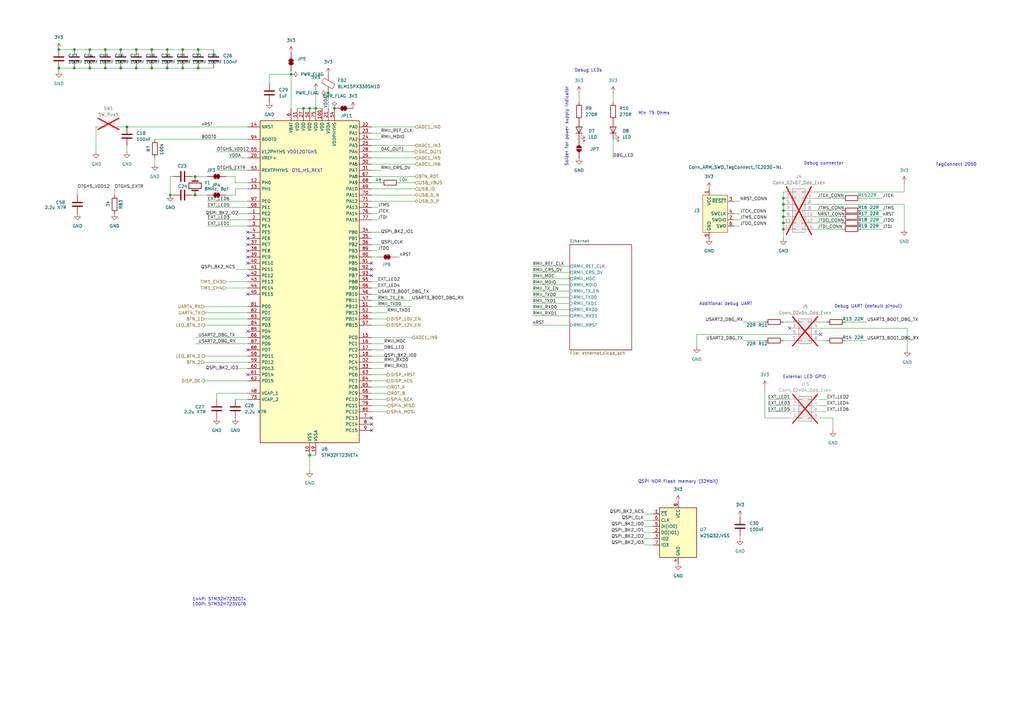
<source format=kicad_sch>
(kicad_sch (version 20231120) (generator "eeschema") (generator_version "8.0")
  (paper "A3")
  (junction (at 43.18 27.94))
  (junction (at 74.93 27.94))
  (junction (at 49.53 20.32))
  (junction (at 127 186.69))
  (junction (at 321.31 93.98))
  (junction (at 68.58 20.32))
  (junction (at 137.16 44.45))
  (junction (at 321.31 81.28))
  (junction (at 321.31 88.9))
  (junction (at 81.28 27.94))
  (junction (at 127 44.45))
  (junction (at 55.88 27.94))
  (junction (at 36.83 20.32))
  (junction (at 30.48 20.32))
  (junction (at 62.23 27.94))
  (junction (at 321.31 83.82))
  (junction (at 68.58 27.94))
  (junction (at 30.48 27.94))
  (junction (at 62.23 20.32))
  (junction (at 36.83 27.94))
  (junction (at 43.18 20.32))
  (junction (at 69.85 80.01))
  (junction (at 81.28 20.32))
  (junction (at 129.54 44.45))
  (junction (at 24.13 27.94))
  (junction (at 119.38 30.48))
  (junction (at 52.07 52.07))
  (junction (at 55.88 20.32))
  (junction (at 134.62 38.1))
  (junction (at 321.31 91.44))
  (junction (at 80.01 72.39))
  (junction (at 74.93 20.32))
  (junction (at 124.46 44.45))
  (junction (at 321.31 86.36))
  (junction (at 80.01 80.01))
  (junction (at 24.13 20.32))
  (junction (at 49.53 27.94))
  (no_connect (at 101.6 95.25))
  (no_connect (at 152.4 173.99))
  (no_connect (at 101.6 143.51))
  (no_connect (at 101.6 102.87))
  (no_connect (at 101.6 153.67))
  (no_connect (at 152.4 110.49))
  (no_connect (at 336.55 137.16))
  (no_connect (at 101.6 120.65))
  (no_connect (at 101.6 100.33))
  (no_connect (at 323.85 134.62))
  (no_connect (at 152.4 113.03))
  (no_connect (at 152.4 171.45))
  (no_connect (at 101.6 97.79))
  (no_connect (at 101.6 113.03))
  (no_connect (at 101.6 135.89))
  (no_connect (at 101.6 107.95))
  (no_connect (at 152.4 176.53))
  (no_connect (at 152.4 107.95))
  (no_connect (at 101.6 105.41))
  (wire (pts (xy 152.4 153.67) (xy 158.75 153.67)))
  (wire (pts (xy 353.06 86.36) (xy 361.95 86.36)))
  (wire (pts (xy 69.85 72.39) (xy 69.85 80.01)))
  (wire (pts (xy 96.52 77.47) (xy 101.6 77.47)))
  (wire (pts (xy 218.44 119.38) (xy 233.68 119.38)))
  (wire (pts (xy 24.13 20.32) (xy 30.48 20.32)))
  (wire (pts (xy 127 44.45) (xy 129.54 44.45)))
  (wire (pts (xy 152.4 62.23) (xy 170.18 62.23)))
  (wire (pts (xy 303.53 220.98) (xy 303.53 219.71)))
  (wire (pts (xy 62.23 20.32) (xy 68.58 20.32)))
  (wire (pts (xy 152.4 72.39) (xy 170.18 72.39)))
  (wire (pts (xy 152.4 140.97) (xy 157.48 140.97)))
  (wire (pts (xy 88.9 69.85) (xy 101.6 69.85)))
  (wire (pts (xy 110.49 30.48) (xy 110.49 34.29)))
  (wire (pts (xy 341.63 171.45) (xy 341.63 176.53)))
  (wire (pts (xy 152.4 59.69) (xy 170.18 59.69)))
  (wire (pts (xy 92.71 115.57) (xy 101.6 115.57)))
  (wire (pts (xy 152.4 52.07) (xy 170.18 52.07)))
  (wire (pts (xy 152.4 123.19) (xy 168.91 123.19)))
  (wire (pts (xy 152.4 69.85) (xy 156.21 69.85)))
  (wire (pts (xy 152.4 125.73) (xy 168.91 125.73)))
  (wire (pts (xy 334.01 83.82) (xy 370.84 83.82)))
  (wire (pts (xy 152.4 143.51) (xy 157.48 143.51)))
  (wire (pts (xy 251.46 57.15) (xy 251.46 64.77)))
  (wire (pts (xy 321.31 91.44) (xy 321.31 93.98)))
  (wire (pts (xy 152.4 102.87) (xy 154.94 102.87)))
  (wire (pts (xy 264.16 220.98) (xy 267.97 220.98)))
  (wire (pts (xy 78.74 80.01) (xy 80.01 80.01)))
  (wire (pts (xy 152.4 120.65) (xy 154.94 120.65)))
  (wire (pts (xy 370.84 83.82) (xy 370.84 93.98)))
  (wire (pts (xy 152.4 118.11) (xy 154.94 118.11)))
  (wire (pts (xy 55.88 27.94) (xy 62.23 27.94)))
  (wire (pts (xy 24.13 29.21) (xy 24.13 27.94)))
  (wire (pts (xy 336.55 168.91) (xy 339.09 168.91)))
  (wire (pts (xy 36.83 27.94) (xy 43.18 27.94)))
  (wire (pts (xy 63.5 64.77) (xy 63.5 67.31)))
  (wire (pts (xy 264.16 223.52) (xy 267.97 223.52)))
  (wire (pts (xy 62.23 27.94) (xy 68.58 27.94)))
  (wire (pts (xy 83.82 148.59) (xy 101.6 148.59)))
  (wire (pts (xy 314.96 163.83) (xy 323.85 163.83)))
  (wire (pts (xy 49.53 27.94) (xy 55.88 27.94)))
  (wire (pts (xy 152.4 105.41) (xy 154.94 105.41)))
  (wire (pts (xy 92.71 118.11) (xy 101.6 118.11)))
  (wire (pts (xy 96.52 80.01) (xy 96.52 77.47)))
  (wire (pts (xy 83.82 128.27) (xy 101.6 128.27)))
  (wire (pts (xy 119.38 30.48) (xy 110.49 30.48)))
  (wire (pts (xy 93.98 64.77) (xy 101.6 64.77)))
  (wire (pts (xy 127 186.69) (xy 127 193.04)))
  (wire (pts (xy 218.44 129.54) (xy 233.68 129.54)))
  (wire (pts (xy 152.4 151.13) (xy 157.48 151.13)))
  (wire (pts (xy 158.75 163.83) (xy 152.4 163.83)))
  (wire (pts (xy 321.31 81.28) (xy 321.31 83.82)))
  (wire (pts (xy 313.69 171.45) (xy 323.85 171.45)))
  (wire (pts (xy 157.48 146.05) (xy 152.4 146.05)))
  (wire (pts (xy 24.13 27.94) (xy 30.48 27.94)))
  (wire (pts (xy 80.01 138.43) (xy 101.6 138.43)))
  (wire (pts (xy 152.4 138.43) (xy 168.91 138.43)))
  (wire (pts (xy 336.55 166.37) (xy 339.09 166.37)))
  (wire (pts (xy 80.01 72.39) (xy 85.09 72.39)))
  (wire (pts (xy 152.4 156.21) (xy 158.75 156.21)))
  (wire (pts (xy 152.4 158.75) (xy 158.75 158.75)))
  (wire (pts (xy 218.44 114.3) (xy 233.68 114.3)))
  (wire (pts (xy 353.06 91.44) (xy 361.95 91.44)))
  (wire (pts (xy 285.75 137.16) (xy 285.75 142.24)))
  (wire (pts (xy 323.85 137.16) (xy 285.75 137.16)))
  (wire (pts (xy 336.55 132.08) (xy 339.09 132.08)))
  (wire (pts (xy 127 186.69) (xy 129.54 186.69)))
  (wire (pts (xy 336.55 134.62) (xy 372.11 134.62)))
  (wire (pts (xy 80.01 80.01) (xy 85.09 80.01)))
  (wire (pts (xy 85.09 85.09) (xy 101.6 85.09)))
  (wire (pts (xy 97.79 151.13) (xy 101.6 151.13)))
  (wire (pts (xy 336.55 171.45) (xy 341.63 171.45)))
  (wire (pts (xy 88.9 161.29) (xy 88.9 163.83)))
  (wire (pts (xy 101.6 125.73) (xy 83.82 125.73)))
  (wire (pts (xy 39.37 52.07) (xy 39.37 62.23)))
  (wire (pts (xy 119.38 29.21) (xy 119.38 30.48)))
  (wire (pts (xy 119.38 30.48) (xy 119.38 44.45)))
  (wire (pts (xy 152.4 87.63) (xy 154.94 87.63)))
  (wire (pts (xy 152.4 80.01) (xy 170.18 80.01)))
  (wire (pts (xy 152.4 77.47) (xy 170.18 77.47)))
  (wire (pts (xy 321.31 83.82) (xy 321.31 86.36)))
  (wire (pts (xy 336.55 139.7) (xy 339.09 139.7)))
  (wire (pts (xy 321.31 88.9) (xy 321.31 91.44)))
  (wire (pts (xy 152.4 57.15) (xy 156.21 57.15)))
  (wire (pts (xy 92.71 80.01) (xy 96.52 80.01)))
  (wire (pts (xy 218.44 116.84) (xy 233.68 116.84)))
  (wire (pts (xy 264.16 210.82) (xy 267.97 210.82)))
  (wire (pts (xy 85.09 90.17) (xy 101.6 90.17)))
  (wire (pts (xy 334.01 81.28) (xy 345.44 81.28)))
  (wire (pts (xy 152.4 166.37) (xy 158.75 166.37)))
  (wire (pts (xy 129.54 44.45) (xy 132.08 44.45)))
  (wire (pts (xy 81.28 20.32) (xy 87.63 20.32)))
  (wire (pts (xy 83.82 146.05) (xy 101.6 146.05)))
  (wire (pts (xy 101.6 161.29) (xy 88.9 161.29)))
  (wire (pts (xy 334.01 88.9) (xy 345.44 88.9)))
  (wire (pts (xy 152.4 128.27) (xy 158.75 128.27)))
  (wire (pts (xy 96.52 163.83) (xy 101.6 163.83)))
  (wire (pts (xy 92.71 72.39) (xy 96.52 72.39)))
  (wire (pts (xy 152.4 115.57) (xy 154.94 115.57)))
  (wire (pts (xy 30.48 20.32) (xy 36.83 20.32)))
  (wire (pts (xy 88.9 62.23) (xy 101.6 62.23)))
  (wire (pts (xy 134.62 38.1) (xy 134.62 44.45)))
  (wire (pts (xy 152.4 74.93) (xy 156.21 74.93)))
  (wire (pts (xy 74.93 27.94) (xy 81.28 27.94)))
  (wire (pts (xy 314.96 166.37) (xy 323.85 166.37)))
  (wire (pts (xy 323.85 139.7) (xy 321.31 139.7)))
  (wire (pts (xy 46.99 77.47) (xy 46.99 80.01)))
  (wire (pts (xy 321.31 93.98) (xy 321.31 97.79)))
  (wire (pts (xy 218.44 127) (xy 233.68 127)))
  (wire (pts (xy 152.4 82.55) (xy 170.18 82.55)))
  (wire (pts (xy 85.09 82.55) (xy 101.6 82.55)))
  (wire (pts (xy 80.01 140.97) (xy 101.6 140.97)))
  (wire (pts (xy 43.18 20.32) (xy 49.53 20.32)))
  (wire (pts (xy 55.88 20.32) (xy 62.23 20.32)))
  (wire (pts (xy 334.01 91.44) (xy 345.44 91.44)))
  (wire (pts (xy 264.16 215.9) (xy 267.97 215.9)))
  (wire (pts (xy 74.93 20.32) (xy 81.28 20.32)))
  (wire (pts (xy 251.46 38.1) (xy 251.46 41.91)))
  (wire (pts (xy 121.92 44.45) (xy 124.46 44.45)))
  (wire (pts (xy 83.82 156.21) (xy 101.6 156.21)))
  (wire (pts (xy 152.4 130.81) (xy 158.75 130.81)))
  (wire (pts (xy 49.53 52.07) (xy 52.07 52.07)))
  (wire (pts (xy 129.54 36.83) (xy 129.54 44.45)))
  (wire (pts (xy 321.31 86.36) (xy 321.31 88.9)))
  (wire (pts (xy 152.4 161.29) (xy 158.75 161.29)))
  (wire (pts (xy 334.01 78.74) (xy 370.84 78.74)))
  (wire (pts (xy 346.71 139.7) (xy 355.6 139.7)))
  (wire (pts (xy 85.09 92.71) (xy 101.6 92.71)))
  (wire (pts (xy 97.79 87.63) (xy 101.6 87.63)))
  (wire (pts (xy 218.44 111.76) (xy 233.68 111.76)))
  (wire (pts (xy 52.07 52.07) (xy 101.6 52.07)))
  (wire (pts (xy 323.85 132.08) (xy 321.31 132.08)))
  (wire (pts (xy 31.75 77.47) (xy 31.75 80.01)))
  (wire (pts (xy 152.4 85.09) (xy 154.94 85.09)))
  (wire (pts (xy 370.84 74.93) (xy 370.84 78.74)))
  (wire (pts (xy 68.58 20.32) (xy 74.93 20.32)))
  (wire (pts (xy 353.06 88.9) (xy 361.95 88.9)))
  (wire (pts (xy 78.74 72.39) (xy 80.01 72.39)))
  (wire (pts (xy 300.99 87.63) (xy 303.53 87.63)))
  (wire (pts (xy 83.82 130.81) (xy 101.6 130.81)))
  (wire (pts (xy 300.99 90.17) (xy 303.53 90.17)))
  (wire (pts (xy 267.97 218.44) (xy 264.16 218.44)))
  (wire (pts (xy 353.06 81.28) (xy 361.95 81.28)))
  (wire (pts (xy 52.07 59.69) (xy 52.07 62.23)))
  (wire (pts (xy 83.82 133.35) (xy 101.6 133.35)))
  (wire (pts (xy 218.44 124.46) (xy 233.68 124.46)))
  (wire (pts (xy 96.52 74.93) (xy 96.52 72.39)))
  (wire (pts (xy 71.12 72.39) (xy 69.85 72.39)))
  (wire (pts (xy 152.4 100.33) (xy 156.21 100.33)))
  (wire (pts (xy 96.52 110.49) (xy 101.6 110.49)))
  (wire (pts (xy 314.96 168.91) (xy 323.85 168.91)))
  (wire (pts (xy 264.16 213.36) (xy 267.97 213.36)))
  (wire (pts (xy 152.4 90.17) (xy 154.94 90.17)))
  (wire (pts (xy 158.75 168.91) (xy 152.4 168.91)))
  (wire (pts (xy 63.5 57.15) (xy 101.6 57.15)))
  (wire (pts (xy 237.49 38.1) (xy 237.49 41.91)))
  (wire (pts (xy 43.18 27.94) (xy 49.53 27.94)))
  (wire (pts (xy 69.85 80.01) (xy 71.12 80.01)))
  (wire (pts (xy 152.4 64.77) (xy 170.18 64.77)))
  (wire (pts (xy 313.69 132.08) (xy 304.8 132.08)))
  (wire (pts (xy 152.4 148.59) (xy 157.48 148.59)))
  (wire (pts (xy 156.21 95.25) (xy 152.4 95.25)))
  (wire (pts (xy 353.06 93.98) (xy 361.95 93.98)))
  (wire (pts (xy 152.4 67.31) (xy 170.18 67.31)))
  (wire (pts (xy 49.53 20.32) (xy 55.88 20.32)))
  (wire (pts (xy 152.4 54.61) (xy 156.21 54.61)))
  (wire (pts (xy 101.6 74.93) (xy 96.52 74.93)))
  (wire (pts (xy 81.28 27.94) (xy 87.63 27.94)))
  (wire (pts (xy 218.44 133.35) (xy 233.68 133.35)))
  (wire (pts (xy 124.46 44.45) (xy 127 44.45)))
  (wire (pts (xy 334.01 86.36) (xy 345.44 86.36)))
  (wire (pts (xy 336.55 163.83) (xy 339.09 163.83)))
  (wire (pts (xy 300.99 92.71) (xy 303.53 92.71)))
  (wire (pts (xy 218.44 121.92) (xy 233.68 121.92)))
  (wire (pts (xy 372.11 134.62) (xy 372.11 143.51)))
  (wire (pts (xy 163.83 105.41) (xy 162.56 105.41)))
  (wire (pts (xy 152.4 133.35) (xy 158.75 133.35)))
  (wire (pts (xy 300.99 82.55) (xy 303.53 82.55)))
  (wire (pts (xy 68.58 27.94) (xy 74.93 27.94)))
  (wire (pts (xy 218.44 109.22) (xy 233.68 109.22)))
  (wire (pts (xy 321.31 78.74) (xy 321.31 81.28)))
  (wire (pts (xy 30.48 27.94) (xy 36.83 27.94)))
  (wire (pts (xy 163.83 74.93) (xy 170.18 74.93)))
  (wire (pts (xy 36.83 20.32) (xy 43.18 20.32)))
  (wire (pts (xy 313.69 139.7) (xy 304.8 139.7)))
  (wire (pts (xy 346.71 132.08) (xy 355.6 132.08)))
  (wire (pts (xy 334.01 93.98) (xy 345.44 93.98)))
  (wire (pts (xy 313.69 158.75) (xy 313.69 171.45)))
  (text "Debug connector" (at 337.82 67.056 0) (effects (font (size 1.27 1.27))))
  (text "Min 75 Ohms" (at 268.224 46.482 0) (effects (font (size 1.27 1.27))))
  (text "TagConnect 2050" (at 392.176 67.564 0) (effects (font (size 1.27 1.27))))
  (text "Debug LEDs" (at 241.3 28.956 0) (effects (font (size 1.27 1.27))))
  (text "QSPI NOR Flash memory (32Mbit)" (at 278.13 197.612 0) (effects (font (size 1.27 1.27))))
  (text "External LED GPIO" (at 329.946 154.686 0) (effects (font (size 1.27 1.27))))
  (text "144P: STM32H723ZGTx\n100P: STM32H723VGT6" (at 89.916 246.888 0) (effects (font (size 1.27 1.27))))
  (text "OTG_HS_REXT" (at 125.984 70.104 0) (effects (font (size 1.27 1.27))))
  (text "VDD12OTGHS" (at 123.952 62.484 0) (effects (font (size 1.27 1.27))))
  (text "Debug UART (default pinout)" (at 356.108 125.73 0) (effects (font (size 1.27 1.27))))
  (text "Additional debug UART" (at 297.688 124.714 0) (effects (font (size 1.27 1.27))))
  (text "Solder for power supply indicator" (at 232.41 51.816 90) (effects (font (size 1.27 1.27))))
  (label "EXT_LED3" (at 85.09 90.17 0))
  (label "JTMS" (at 361.95 86.36 0))
  (label "RMII_TXD1" (at 218.44 124.46 0))
  (label "EXT_LED1" (at 314.96 163.83 0))
  (label "nRST" (at 361.95 88.9 0))
  (label "JTDI_CONN" (at 335.28 93.98 0))
  (label "USART3_BOOT_DBG_TX" (at 154.94 120.65 0))
  (label "QSPI_BK2_IO1" (at 264.16 218.44 180))
  (label "DAC_OUT1" (at 156.21 62.23 0))
  (label "RMII_TXD0" (at 154.94 125.73 0))
  (label "RMII_TX_EN" (at 154.94 123.19 0))
  (label "VDDA" (at 134.62 39.37 270))
  (label "nRST" (at 163.83 105.41 0))
  (label "USART2_DBG_TX" (at 81.28 138.43 0))
  (label "OTGHS_VDD12" (at 31.75 77.47 0))
  (label "JTDO_CONN" (at 303.53 92.71 0))
  (label "RMII_RXD1" (at 218.44 129.54 0))
  (label "QSPI_BK2_IO0" (at 264.16 215.9 180))
  (label "EXT_LED6" (at 85.09 82.55 0))
  (label "EXT_LED5" (at 85.09 85.09 0))
  (label "nRST" (at 82.55 52.07 0))
  (label "OTGHS_VDD12" (at 88.9 62.23 0))
  (label "QSPI_BK2_IO1" (at 156.21 95.25 0))
  (label "EXT_LED3" (at 314.96 166.37 0))
  (label "OTGHS_EXTR" (at 88.9 69.85 0))
  (label "QSPI_BK2_NCS" (at 96.52 110.49 180))
  (label "RMII_CRS_DV" (at 156.21 69.85 0))
  (label "JTDO_CONN" (at 335.28 91.44 0))
  (label "JTDI" (at 361.95 93.98 0))
  (label "RMII_TXD0" (at 218.44 121.92 0))
  (label "JTDO" (at 154.94 102.87 0))
  (label "RMII_MDIO" (at 156.21 57.15 0))
  (label "JTDI" (at 154.94 90.17 0))
  (label "JTCK" (at 154.94 87.63 0))
  (label "RMII_TXD1" (at 158.75 128.27 0))
  (label "RMII_CRS_DV" (at 218.44 111.76 0))
  (label "USART3_BOOT_DBG_TX" (at 355.6 132.08 0))
  (label "EXT_LED2" (at 154.94 115.57 0))
  (label "QSPI_BK2_IO3" (at 264.16 223.52 180))
  (label "USART3_BOOT_DBG_RX" (at 168.91 123.19 0))
  (label "JTMS" (at 154.94 85.09 0))
  (label "USART3_BOOT_DBG_RX" (at 355.6 139.7 0))
  (label "BOOT0" (at 82.55 57.15 0))
  (label "VDDA" (at 93.98 64.77 0))
  (label "EXT_LED1" (at 85.09 92.71 0))
  (label "RMII_MDIO" (at 218.44 116.84 0))
  (label "RMII_RXD1" (at 157.48 151.13 0))
  (label "RMII_TX_EN" (at 218.44 119.38 0))
  (label "QSPI_BK2_IO3" (at 97.79 151.13 180))
  (label "NRST_CONN" (at 303.53 82.55 0))
  (label "EXT_LED4" (at 154.94 118.11 0))
  (label "RMII_RXD0" (at 218.44 127 0))
  (label "EXT_LED6" (at 339.09 168.91 0))
  (label "JTMS_CONN" (at 303.53 90.17 0))
  (label "EXT_LED4" (at 339.09 166.37 0))
  (label "USART2_DBG_TX" (at 304.8 139.7 180))
  (label "USART2_DBG_RX" (at 81.28 140.97 0))
  (label "JTCK" (at 361.95 81.28 0))
  (label "QSPI_BK2_NCS" (at 264.16 210.82 180))
  (label "RMII_MDC" (at 218.44 114.3 0))
  (label "JTDO" (at 361.95 91.44 0))
  (label "DBG_LED" (at 251.46 64.77 0))
  (label "RMII_REF_CLK" (at 218.44 109.22 0))
  (label "NRST_CONN" (at 335.28 88.9 0))
  (label "RMII_MDC" (at 157.48 140.97 0))
  (label "QSPI_CLK" (at 156.21 100.33 0))
  (label "OTGHS_EXTR" (at 46.99 77.47 0))
  (label "JTCK_CONN" (at 335.28 81.28 0))
  (label "QSPI_CLK" (at 264.16 213.36 180))
  (label "nRST" (at 218.44 133.35 0))
  (label "EXT_LED2" (at 339.09 163.83 0))
  (label "QSPI_BK2_IO0" (at 157.48 146.05 0))
  (label "USART2_DBG_RX" (at 304.8 132.08 180))
  (label "QSPI_BK2_IO2" (at 264.16 220.98 180))
  (label "JTMS_CONN" (at 335.28 86.36 0))
  (label "JTCK_CONN" (at 303.53 87.63 0))
  (label "RMII_RXD0" (at 157.48 148.59 0))
  (label "EXT_LED5" (at 314.96 168.91 0))
  (label "QSPI_BK2_IO2" (at 97.79 87.63 180))
  (label "RMII_REF_CLK" (at 156.21 54.61 0))
  (label "DBG_LED" (at 157.48 143.51 0))
  (hierarchical_label "USB_D_N" (shape bidirectional) (at 170.18 80.01 0))
  (hierarchical_label "ADC1_IN6" (shape input) (at 170.18 67.31 0))
  (hierarchical_label "USB_ID" (shape input) (at 170.18 77.47 0))
  (hierarchical_label "SPI4_MOSI" (shape output) (at 158.75 168.91 0))
  (hierarchical_label "SPI4_SCK" (shape output) (at 158.75 163.83 0))
  (hierarchical_label "LED_BTN_1" (shape output) (at 83.82 133.35 180))
  (hierarchical_label "ADC1_IN0" (shape input) (at 170.18 52.07 0))
  (hierarchical_label "TIM1_CH3" (shape input) (at 92.71 115.57 180))
  (hierarchical_label "USB_VBUS" (shape input) (at 170.18 74.93 0))
  (hierarchical_label "BTN_1" (shape input) (at 83.82 130.81 180))
  (hierarchical_label "ADC1_IN3" (shape input) (at 170.18 59.69 0))
  (hierarchical_label "ROT_A" (shape input) (at 158.75 158.75 0))
  (hierarchical_label "BTN_ROT" (shape input) (at 170.18 72.39 0))
  (hierarchical_label "DISP_nCS" (shape output) (at 158.75 156.21 0))
  (hierarchical_label "DAC_OUT1" (shape output) (at 170.18 62.23 0))
  (hierarchical_label "BTN_2" (shape input) (at 83.82 148.59 180))
  (hierarchical_label "UART4_TX" (shape output) (at 83.82 128.27 180))
  (hierarchical_label "DISP_DC" (shape output) (at 83.82 156.21 180))
  (hierarchical_label "TIM1_CH4" (shape input) (at 92.71 118.11 180))
  (hierarchical_label "ADC1_IN9" (shape input) (at 168.91 138.43 0))
  (hierarchical_label "SPI4_MISO" (shape input) (at 158.75 166.37 0))
  (hierarchical_label "USB_D_P" (shape bidirectional) (at 170.18 82.55 0))
  (hierarchical_label "LED_BTN_2" (shape output) (at 83.82 146.05 180))
  (hierarchical_label "ROT_B" (shape input) (at 158.75 161.29 0))
  (hierarchical_label "ADC1_IN5" (shape input) (at 170.18 64.77 0))
  (hierarchical_label "DISP_nRST" (shape output) (at 158.75 153.67 0))
  (hierarchical_label "DISP_10V_EN" (shape output) (at 158.75 130.81 0))
  (hierarchical_label "UART4_RX" (shape input) (at 83.82 125.73 180))
  (hierarchical_label "DISP_12V_EN" (shape output) (at 158.75 133.35 0))
  (symbol (lib_id "Connector_Generic:Conn_02x04_Odd_Even") (at 328.93 166.37 0) (unit 1) (dnp yes)
    (property "Reference" "J15" (at 330.2 157.48 0))
    (property "Value" "Conn_02x04_Odd_Even" (at 330.2 160.02 0))
    (property "Footprint" "Connector_PinHeader_2.54mm:PinHeader_2x04_P2.54mm_Vertical_SMD" (effects (hide yes)))
    (property "Description" "Generic connector, double row, 02x04, odd/even pin numbering scheme (row 1 odd numbers, row 2 even numbers), script generated (kicad-library-utils/schlib/autogen/connector/)" (effects (hide yes)))
    (property "RefNum" "_na_" (effects (hide yes)))
  )
  (symbol (lib_id "power:GND") (at 370.84 93.98 0) (unit 1)
    (property "Reference" "#PWR055" (effects (hide yes)))
    (property "Value" "GND" (at 370.84 99.06 0))
    (property "Description" "Power symbol creates a global label with name \"GND\" , ground" (effects (hide yes)))
  )
  (symbol (lib_id "power:+3V3") (at 134.62 30.48 0) (unit 1)
    (property "Reference" "#PWR042" (effects (hide yes)))
    (property "Value" "3V3" (at 134.62 25.4 0))
    (property "Description" "Power symbol creates a global label with name \"+3V3\"" (effects (hide yes)))
  )
  (symbol (lib_id "Device:C") (at 52.07 55.88 0) (unit 1)
    (property "Reference" "C18" (at 55.88 54.6099 0) (effects (justify left)))
    (property "Value" "100nF" (at 55.88 57.1499 0) (effects (justify left)))
    (property "Footprint" "Capacitor_SMD:C_0402_1005Metric" (effects (hide yes)))
    (property "Description" "Unpolarized capacitor" (effects (hide yes)))
    (property "RefNum" "_generic_" (effects (hide yes)))
  )
  (symbol (lib_id "power:GND") (at 127 193.04 0) (unit 1)
    (property "Reference" "#PWR040" (effects (hide yes)))
    (property "Value" "GND" (at 127 198.12 0))
    (property "Description" "Power symbol creates a global label with name \"GND\" , ground" (effects (hide yes)))
  )
  (symbol (lib_id "power:+3V3") (at 129.54 36.83 0) (unit 1)
    (property "Reference" "#PWR041" (effects (hide yes)))
    (property "Value" "3V3" (at 129.54 31.75 0))
    (property "Description" "Power symbol creates a global label with name \"+3V3\"" (effects (hide yes)))
  )
  (symbol (lib_id "power:GND") (at 341.63 176.53 0) (unit 1)
    (property "Reference" "#PWR087" (effects (hide yes)))
    (property "Value" "GND" (at 341.63 181.61 0))
    (property "Description" "Power symbol creates a global label with name \"GND\" , ground" (effects (hide yes)))
  )
  (symbol (lib_id "Jumper:SolderJumper_2_Bridged") (at 88.9 80.01 180) (unit 1) (exclude_from_sim yes) (in_bom no)
    (property "Reference" "JP4" (at 88.646 75.946 0))
    (property "Value" "SolderJumper_2_Bridged" (effects (hide yes)))
    (property "Footprint" "asynthosc:SolderJumper_0402_1005Metric_Bridged" (effects (hide yes)))
    (property "Description" "Solder Jumper, 2-pole, closed/bridged" (effects (hide yes)))
    (property "RefNum" "_na_" (effects (hide yes)))
  )
  (symbol (lib_id "power:+3V3") (at 370.84 74.93 0) (unit 1)
    (property "Reference" "#PWR054" (effects (hide yes)))
    (property "Value" "3V3" (at 370.84 69.85 0))
    (property "Description" "Power symbol creates a global label with name \"+3V3\"" (effects (hide yes)))
  )
  (symbol (lib_id "Device:R") (at 251.46 45.72 0) (unit 1)
    (property "Reference" "R10" (at 254 44.4499 0) (effects (justify left)))
    (property "Value" "270R" (at 254 46.9899 0) (effects (justify left)))
    (property "Footprint" "Resistor_SMD:R_0402_1005Metric" (effects (hide yes)))
    (property "Description" "Resistor" (effects (hide yes)))
    (property "RefNum" "_generic_" (effects (hide yes)))
  )
  (symbol (lib_id "Jumper:SolderJumper_2_Bridged") (at 88.9 72.39 180) (unit 1) (exclude_from_sim yes) (in_bom no)
    (property "Reference" "JP3" (at 86.614 69.85 0))
    (property "Value" "SolderJumper_2_Bridged" (effects (hide yes)))
    (property "Footprint" "asynthosc:SolderJumper_0402_1005Metric_Bridged" (effects (hide yes)))
    (property "Description" "Solder Jumper, 2-pole, closed/bridged" (effects (hide yes)))
    (property "RefNum" "_na_" (effects (hide yes)))
  )
  (symbol (lib_id "power:GND") (at 290.83 97.79 0) (unit 1)
    (property "Reference" "#PWR050" (effects (hide yes)))
    (property "Value" "GND" (at 290.83 102.87 0))
    (property "Description" "Power symbol creates a global label with name \"GND\" , ground" (effects (hide yes)))
  )
  (symbol (lib_id "Device:C") (at 74.93 80.01 90) (unit 1)
    (property "Reference" "C24" (at 74.93 76.454 90))
    (property "Value" "4.3pF" (effects (hide yes)))
    (property "Footprint" "Capacitor_SMD:C_0402_1005Metric" (effects (hide yes)))
    (property "Description" "Unpolarized capacitor" (effects (hide yes)))
    (property "RefNum" "_generic_" (effects (hide yes)))
  )
  (symbol (lib_id "power:GND") (at 96.52 171.45 0) (unit 1)
    (property "Reference" "#PWR037" (effects (hide yes)))
    (property "Value" "GND" (at 96.52 176.53 0))
    (property "Description" "Power symbol creates a global label with name \"GND\" , ground" (effects (hide yes)))
  )
  (symbol (lib_id "power:+3V3") (at 278.13 205.74 0) (unit 1)
    (property "Reference" "#PWR046" (effects (hide yes)))
    (property "Value" "3V3" (at 278.13 200.66 0))
    (property "Description" "Power symbol creates a global label with name \"+3V3\"" (effects (hide yes)))
  )
  (symbol (lib_id "Connector_Generic:Conn_02x07_Odd_Even") (at 326.39 86.36 0) (unit 1) (dnp yes)
    (property "Reference" "J4" (at 327.66 72.39 0))
    (property "Value" "Conn_02x07_Odd_Even" (at 327.66 74.93 0))
    (property "Footprint" "Connector_PinSocket_2.54mm:PinSocket_2x07_P2.54mm_Vertical_SMD" (effects (hide yes)))
    (property "Description" "Generic connector, double row, 02x07, odd/even pin numbering scheme (row 1 odd numbers, row 2 even numbers), script generated (kicad-library-utils/schlib/autogen/connector/)" (effects (hide yes)))
    (property "RefNum" "_na_" (effects (hide yes)))
  )
  (symbol (lib_id "Device:LED") (at 237.49 53.34 90) (unit 1)
    (property "Reference" "D7" (at 241.3 53.6574 90) (effects (justify right)))
    (property "Value" "LED" (at 241.3 56.1974 90) (effects (justify right)))
    (property "Footprint" "LED_SMD:LED_0402_1005Metric" (effects (hide yes)))
    (property "Description" "Light emitting diode" (effects (hide yes)))
    (property "RefNum" "_generic_" (effects (hide yes)))
  )
  (symbol (lib_id "Device:R") (at 349.25 86.36 90) (unit 1)
    (property "Reference" "R16" (at 353.822 85.09 90))
    (property "Value" "22R" (at 358.648 85.09 90))
    (property "Footprint" "Resistor_SMD:R_0402_1005Metric" (effects (hide yes)))
    (property "Description" "Resistor" (effects (hide yes)))
    (property "RefNum" "_generic_" (effects (hide yes)))
  )
  (symbol (lib_id "Connector:Conn_ARM_SWD_TagConnect_TC2030-NL") (at 293.37 87.63 0) (unit 1) (in_bom no)
    (property "Reference" "J3" (at 287.02 86.3599 0) (effects (justify right)))
    (property "Value" "Conn_ARM_SWD_TagConnect_TC2030-NL" (at 320.802 68.58 0) (effects (justify right)))
    (property "Footprint" "Connector:Tag-Connect_TC2030-IDC-NL_2x03_P1.27mm_Vertical" (effects (hide yes)))
    (property "Datasheet" "https://www.tag-connect.com/wp-content/uploads/bsk-pdf-manager/TC2030-CTX_1.pdf" (effects (hide yes)))
    (property "Description" "Tag-Connect ARM Cortex SWD JTAG connector, 6 pin, no legs" (effects (hide yes)))
    (property "RefNum" "_na_" (effects (hide yes)))
  )
  (symbol (lib_id "power:+3V3") (at 303.53 212.09 0) (unit 1)
    (property "Reference" "#PWR051" (effects (hide yes)))
    (property "Value" "3V3" (at 303.53 207.01 0))
    (property "Description" "Power symbol creates a global label with name \"+3V3\"" (effects (hide yes)))
  )
  (symbol (lib_id "Device:C") (at 81.28 24.13 0) (unit 1)
    (property "Reference" "C25" (at 85.09 22.8599 0) (effects (justify left)))
    (property "Value" "100nF" (at 85.09 25.3999 0) (effects (justify left)))
    (property "Footprint" "Capacitor_SMD:C_0402_1005Metric" (effects (hide yes)))
    (property "Description" "Unpolarized capacitor" (effects (hide yes)))
    (property "RefNum" "_generic_" (effects (hide yes)))
  )
  (symbol (lib_id "power:+3V3") (at 144.78 44.45 0) (unit 1)
    (property "Reference" "#PWR0156" (effects (hide yes)))
    (property "Value" "3V3" (at 144.78 39.37 0))
    (property "Description" "Power symbol creates a global label with name \"+3V3\"" (effects (hide yes)))
  )
  (symbol (lib_id "Device:C") (at 87.63 24.13 0) (unit 1)
    (property "Reference" "C26" (at 91.44 22.8599 0) (effects (justify left)))
    (property "Value" "100nF" (at 91.44 25.3999 0) (effects (justify left)))
    (property "Footprint" "Capacitor_SMD:C_0402_1005Metric" (effects (hide yes)))
    (property "Description" "Unpolarized capacitor" (effects (hide yes)))
    (property "RefNum" "_generic_" (effects (hide yes)))
  )
  (symbol (lib_id "Device:C") (at 110.49 38.1 0) (unit 1)
    (property "Reference" "C29" (at 114.3 36.8299 0) (effects (justify left)))
    (property "Value" "1uF" (at 114.3 39.3699 0) (effects (justify left)))
    (property "Footprint" "Capacitor_SMD:C_0805_2012Metric" (effects (hide yes)))
    (property "Description" "Unpolarized capacitor" (effects (hide yes)))
    (property "RefNum" "_generic_" (effects (hide yes)))
  )
  (symbol (lib_id "Device:R") (at 342.9 132.08 90) (unit 1)
    (property "Reference" "R13" (at 347.472 130.81 90))
    (property "Value" "22R" (at 352.298 130.81 90))
    (property "Footprint" "Resistor_SMD:R_0402_1005Metric" (effects (hide yes)))
    (property "Description" "Resistor" (effects (hide yes)))
    (property "RefNum" "_generic_" (effects (hide yes)))
  )
  (symbol (lib_id "power:GND") (at 237.49 64.77 0) (unit 1)
    (property "Reference" "#PWR044" (effects (hide yes)))
    (property "Value" "GND" (at 237.49 69.85 0))
    (property "Description" "Power symbol creates a global label with name \"GND\" , ground" (effects (hide yes)))
  )
  (symbol (lib_id "Connector_Generic:Conn_02x04_Odd_Even") (at 328.93 134.62 0) (unit 1) (dnp yes)
    (property "Reference" "J5" (at 330.2 125.73 0))
    (property "Value" "Conn_02x04_Odd_Even" (at 330.2 128.27 0))
    (property "Footprint" "Connector_PinHeader_2.54mm:PinHeader_2x04_P2.54mm_Vertical_SMD" (effects (hide yes)))
    (property "Description" "Generic connector, double row, 02x04, odd/even pin numbering scheme (row 1 odd numbers, row 2 even numbers), script generated (kicad-library-utils/schlib/autogen/connector/)" (effects (hide yes)))
    (property "RefNum" "_na_" (effects (hide yes)))
  )
  (symbol (lib_id "Device:C") (at 55.88 24.13 0) (unit 1)
    (property "Reference" "C19" (at 59.69 22.8599 0) (effects (justify left)))
    (property "Value" "100nF" (at 59.69 25.3999 0) (effects (justify left)))
    (property "Footprint" "Capacitor_SMD:C_0402_1005Metric" (effects (hide yes)))
    (property "Description" "Unpolarized capacitor" (effects (hide yes)))
    (property "RefNum" "_generic_" (effects (hide yes)))
  )
  (symbol (lib_id "Device:R") (at 317.5 139.7 270) (unit 1)
    (property "Reference" "R12" (at 312.928 140.97 90))
    (property "Value" "22R" (at 308.102 140.97 90))
    (property "Footprint" "Resistor_SMD:R_0402_1005Metric" (effects (hide yes)))
    (property "Description" "Resistor" (effects (hide yes)))
    (property "RefNum" "_generic_" (effects (hide yes)))
  )
  (symbol (lib_id "Device:R") (at 349.25 93.98 90) (unit 1)
    (property "Reference" "R19" (at 353.822 92.71 90))
    (property "Value" "22R" (at 358.648 92.71 90))
    (property "Footprint" "Resistor_SMD:R_0402_1005Metric" (effects (hide yes)))
    (property "Description" "Resistor" (effects (hide yes)))
    (property "RefNum" "_generic_" (effects (hide yes)))
  )
  (symbol (lib_id "power:GND") (at 69.85 80.01 0) (unit 1)
    (property "Reference" "#PWR035" (effects (hide yes)))
    (property "Value" "GND" (at 69.85 85.09 0))
    (property "Description" "Power symbol creates a global label with name \"GND\" , ground" (effects (hide yes)))
  )
  (symbol (lib_id "Device:R") (at 46.99 83.82 0) (unit 1)
    (property "Reference" "R83" (at 49.53 83.82 90))
    (property "Value" "3k" (at 44.196 83.566 90))
    (property "Footprint" "Resistor_SMD:R_0402_1005Metric" (effects (hide yes)))
    (property "Description" "Resistor" (effects (hide yes)))
    (property "RefNum" "_generic_" (effects (hide yes)))
  )
  (symbol (lib_id "power:GND") (at 110.49 41.91 0) (unit 1)
    (property "Reference" "#PWR038" (effects (hide yes)))
    (property "Value" "GND" (at 110.49 46.99 0))
    (property "Description" "Power symbol creates a global label with name \"GND\" , ground" (effects (hide yes)))
  )
  (symbol (lib_id "Device:R") (at 349.25 91.44 90) (unit 1)
    (property "Reference" "R18" (at 353.822 90.17 90))
    (property "Value" "22R" (at 358.648 90.17 90))
    (property "Footprint" "Resistor_SMD:R_0402_1005Metric" (effects (hide yes)))
    (property "Description" "Resistor" (effects (hide yes)))
    (property "RefNum" "_generic_" (effects (hide yes)))
  )
  (symbol (lib_id "power:GND") (at 39.37 62.23 0) (unit 1)
    (property "Reference" "#PWR032" (effects (hide yes)))
    (property "Value" "GND" (at 39.624 67.31 0))
    (property "Description" "Power symbol creates a global label with name \"GND\" , ground" (effects (hide yes)))
  )
  (symbol (lib_id "MCU_ST_STM32F7:STM32F723VETx") (at 127 115.57 0) (unit 1)
    (property "Reference" "U6" (at 131.7341 184.15 0) (effects (justify left)))
    (property "Value" "STM32F723VETx" (at 131.7341 186.69 0) (effects (justify left)))
    (property "Footprint" "Package_QFP:LQFP-100_14x14mm_P0.5mm" (effects (hide yes)))
    (property "Datasheet" "https://www.st.com/resource/en/datasheet/stm32f723ve.pdf" (effects (hide yes)))
    (property "Description" "STMicroelectronics Arm Cortex-M7 MCU, 512KB flash, 256KB RAM, 216 MHz, 1.7-3.6V, 79 GPIO, LQFP100" (effects (hide yes)))
    (property "Manufacturer" "STMicroelectronics" (effects (hide yes)))
    (property "RefNum" " STM32H723VGT6" (effects (hide yes)))
  )
  (symbol (lib_id "power:+3V3") (at 251.46 38.1 0) (unit 1)
    (property "Reference" "#PWR045" (effects (hide yes)))
    (property "Value" "3V3" (at 251.46 33.02 0))
    (property "Description" "Power symbol creates a global label with name \"+3V3\"" (effects (hide yes)))
  )
  (symbol (lib_id "Device:R") (at 317.5 132.08 270) (unit 1)
    (property "Reference" "R11" (at 312.928 133.35 90))
    (property "Value" "22R" (at 308.102 133.35 90))
    (property "Footprint" "Resistor_SMD:R_0402_1005Metric" (effects (hide yes)))
    (property "Description" "Resistor" (effects (hide yes)))
    (property "RefNum" "_generic_" (effects (hide yes)))
  )
  (symbol (lib_id "Device:C") (at 96.52 167.64 0) (unit 1) (exclude_from_sim yes)
    (property "Reference" "C28" (at 100.33 166.3699 0) (effects (justify left)))
    (property "Value" "2.2u X7R" (at 100.33 168.9099 0) (effects (justify left)))
    (property "Footprint" "Capacitor_SMD:C_0805_2012Metric" (effects (hide yes)))
    (property "Description" "Unpolarized capacitor, low ESR" (effects (hide yes)))
    (property "RefNum" "_generic_" (effects (hide yes)))
  )
  (symbol (lib_id "Memory_Flash:W25Q32JVSS") (at 278.13 218.44 0) (unit 1)
    (property "Reference" "U7" (at 287.02 217.1699 0) (effects (justify left)))
    (property "Value" "W25Q32JVSS" (at 287.02 219.7099 0) (effects (justify left)))
    (property "Footprint" "Package_SO:SOIC-8_5.23x5.23mm_P1.27mm" (effects (hide yes)))
    (property "Datasheet" "http://www.winbond.com/resource-files/w25q32jv%20revg%2003272018%20plus.pdf" (effects (hide yes)))
    (property "Description" "32Mb Serial Flash Memory, Standard/Dual/Quad SPI, SOIC-8" (effects (hide yes)))
    (property "Manufacturer" "Winbond" (effects (hide yes)))
    (property "RefNum" "W25Q32JVSS" (effects (hide yes)))
  )
  (symbol (lib_id "Device:R") (at 63.5 60.96 180) (unit 1)
    (property "Reference" "R7" (at 60.96 60.96 90))
    (property "Value" "100k" (at 66.294 61.214 90))
    (property "Footprint" "Resistor_SMD:R_0402_1005Metric" (effects (hide yes)))
    (property "Description" "Resistor" (effects (hide yes)))
    (property "RefNum" "_generic_" (effects (hide yes)))
  )
  (symbol (lib_id "power:PWR_FLAG") (at 119.38 30.48 270) (unit 1)
    (property "Reference" "#FLG08" (effects (hide yes)))
    (property "Value" "PWR_FLAG" (at 123.19 30.4799 90) (effects (justify left)))
    (property "Description" "Special symbol for telling ERC where power comes from" (effects (hide yes)))
  )
  (symbol (lib_id "power:GND") (at 285.75 142.24 0) (unit 1)
    (property "Reference" "#PWR048" (effects (hide yes)))
    (property "Value" "GND" (at 285.75 147.32 0))
    (property "Description" "Power symbol creates a global label with name \"GND\" , ground" (effects (hide yes)))
  )
  (symbol (lib_id "Device:LED") (at 251.46 53.34 90) (unit 1)
    (property "Reference" "D8" (at 255.27 53.6574 90) (effects (justify right)))
    (property "Value" "LED" (at 255.27 56.1974 90) (effects (justify right)))
    (property "Footprint" "LED_SMD:LED_0402_1005Metric" (effects (hide yes)))
    (property "Description" "Light emitting diode" (effects (hide yes)))
    (property "RefNum" "_generic_" (effects (hide yes)))
  )
  (symbol (lib_id "Device:R") (at 349.25 81.28 90) (unit 1)
    (property "Reference" "R15" (at 353.822 80.01 90))
    (property "Value" "22R" (at 357.632 80.01 90))
    (property "Footprint" "Resistor_SMD:R_0402_1005Metric" (effects (hide yes)))
    (property "Description" "Resistor" (effects (hide yes)))
    (property "RefNum" "_generic_" (effects (hide yes)))
  )
  (symbol (lib_id "Device:C") (at 62.23 24.13 0) (unit 1)
    (property "Reference" "C20" (at 66.04 22.8599 0) (effects (justify left)))
    (property "Value" "100nF" (at 66.04 25.3999 0) (effects (justify left)))
    (property "Footprint" "Capacitor_SMD:C_0402_1005Metric" (effects (hide yes)))
    (property "Description" "Unpolarized capacitor" (effects (hide yes)))
    (property "RefNum" "_generic_" (effects (hide yes)))
  )
  (symbol (lib_id "Device:C") (at 68.58 24.13 0) (unit 1)
    (property "Reference" "C21" (at 72.39 22.8599 0) (effects (justify left)))
    (property "Value" "100nF" (at 72.39 25.3999 0) (effects (justify left)))
    (property "Footprint" "Capacitor_SMD:C_0402_1005Metric" (effects (hide yes)))
    (property "Description" "Unpolarized capacitor" (effects (hide yes)))
    (property "RefNum" "_generic_" (effects (hide yes)))
  )
  (symbol (lib_id "Device:C") (at 88.9 167.64 0) (unit 1) (exclude_from_sim yes)
    (property "Reference" "C27" (at 80.01 166.878 0) (effects (justify left)))
    (property "Value" "2.2u X7R" (at 75.438 168.91 0) (effects (justify left)))
    (property "Footprint" "Capacitor_SMD:C_0805_2012Metric" (effects (hide yes)))
    (property "Description" "Unpolarized capacitor, low ESR" (effects (hide yes)))
    (property "RefNum" "_generic_" (effects (hide yes)))
  )
  (symbol (lib_id "power:GND") (at 372.11 143.51 0) (unit 1)
    (property "Reference" "#PWR056" (effects (hide yes)))
    (property "Value" "GND" (at 372.11 148.59 0))
    (property "Description" "Power symbol creates a global label with name \"GND\" , ground" (effects (hide yes)))
  )
  (symbol (lib_id "power:+3V3") (at 237.49 38.1 0) (unit 1)
    (property "Reference" "#PWR043" (effects (hide yes)))
    (property "Value" "3V3" (at 237.49 33.02 0))
    (property "Description" "Power symbol creates a global label with name \"+3V3\"" (effects (hide yes)))
  )
  (symbol (lib_id "power:PWR_FLAG") (at 134.62 38.1 90) (unit 1)
    (property "Reference" "#FLG02" (effects (hide yes)))
    (property "Value" "PWR_FLAG" (at 130.81 38.0999 90) (effects (justify left)))
    (property "Description" "Special symbol for telling ERC where power comes from" (effects (hide yes)))
  )
  (symbol (lib_id "power:+3V3") (at 24.13 20.32 0) (unit 1)
    (property "Reference" "#PWR030" (effects (hide yes)))
    (property "Value" "3V3" (at 24.13 15.24 0))
    (property "Description" "Power symbol creates a global label with name \"+3V3\"" (effects (hide yes)))
  )
  (symbol (lib_id "power:GND") (at 321.31 97.79 0) (unit 1)
    (property "Reference" "#PWR053" (effects (hide yes)))
    (property "Value" "GND" (at 321.31 102.87 0))
    (property "Description" "Power symbol creates a global label with name \"GND\" , ground" (effects (hide yes)))
  )
  (symbol (lib_id "Device:C") (at 74.93 72.39 90) (unit 1)
    (property "Reference" "C23" (at 74.676 68.072 90))
    (property "Value" "4.3pF" (effects (hide yes)))
    (property "Footprint" "Capacitor_SMD:C_0402_1005Metric" (effects (hide yes)))
    (property "Description" "Unpolarized capacitor" (effects (hide yes)))
    (property "RefNum" "_generic_" (effects (hide yes)))
  )
  (symbol (lib_id "Jumper:SolderJumper_2_Bridged") (at 158.75 105.41 180) (unit 1) (exclude_from_sim yes) (in_bom no)
    (property "Reference" "JP6" (at 158.496 108.458 0))
    (property "Value" "SolderJumper_2_Bridged" (effects (hide yes)))
    (property "Footprint" "asynthosc:SolderJumper_0402_1005Metric_Bridged" (effects (hide yes)))
    (property "Description" "Solder Jumper, 2-pole, closed/bridged" (effects (hide yes)))
    (property "RefNum" "_na_" (effects (hide yes)))
  )
  (symbol (lib_id "power:GND") (at 46.99 87.63 0) (unit 1)
    (property "Reference" "#PWR0125" (effects (hide yes)))
    (property "Value" "GND" (at 46.99 92.71 0))
    (property "Description" "Power symbol creates a global label with name \"GND\" , ground" (effects (hide yes)))
  )
  (symbol (lib_id "power:GND") (at 303.53 220.98 0) (unit 1)
    (property "Reference" "#PWR052" (effects (hide yes)))
    (property "Value" "GND" (at 303.53 226.06 0))
    (property "Description" "Power symbol creates a global label with name \"GND\" , ground" (effects (hide yes)))
  )
  (symbol (lib_id "power:PWR_FLAG") (at 137.16 44.45 0) (unit 1)
    (property "Reference" "#FLG07" (effects (hide yes)))
    (property "Value" "PWR_FLAG" (at 137.16 39.37 0))
    (property "Description" "Special symbol for telling ERC where power comes from" (effects (hide yes)))
  )
  (symbol (lib_id "power:GND") (at 31.75 87.63 0) (unit 1)
    (property "Reference" "#PWR0126" (effects (hide yes)))
    (property "Value" "GND" (at 31.75 92.71 0))
    (property "Description" "Power symbol creates a global label with name \"GND\" , ground" (effects (hide yes)))
  )
  (symbol (lib_id "power:+3V3") (at 119.38 21.59 0) (unit 1)
    (property "Reference" "#PWR039" (effects (hide yes)))
    (property "Value" "3V3" (at 119.38 16.51 0))
    (property "Description" "Power symbol creates a global label with name \"+3V3\"" (effects (hide yes)))
  )
  (symbol (lib_id "Device:R") (at 160.02 74.93 270) (unit 1)
    (property "Reference" "R8" (at 155.194 73.914 90))
    (property "Value" "10k" (at 165.354 73.66 90))
    (property "Footprint" "Resistor_SMD:R_0402_1005Metric" (effects (hide yes)))
    (property "Description" "Resistor" (effects (hide yes)))
    (property "RefNum" "_generic_" (effects (hide yes)))
  )
  (symbol (lib_id "power:+3V3") (at 290.83 77.47 0) (unit 1)
    (property "Reference" "#PWR049" (effects (hide yes)))
    (property "Value" "3V3" (at 290.83 72.39 0))
    (property "Description" "Power symbol creates a global label with name \"+3V3\"" (effects (hide yes)))
  )
  (symbol (lib_id "Device:C") (at 43.18 24.13 0) (unit 1)
    (property "Reference" "C16" (at 46.99 22.8599 0) (effects (justify left)))
    (property "Value" "100nF" (at 46.99 25.3999 0) (effects (justify left)))
    (property "Footprint" "Capacitor_SMD:C_0402_1005Metric" (effects (hide yes)))
    (property "Description" "Unpolarized capacitor" (effects (hide yes)))
    (property "RefNum" "_generic_" (effects (hide yes)))
  )
  (symbol (lib_id "power:+3V3") (at 313.69 158.75 0) (unit 1)
    (property "Reference" "#PWR086" (effects (hide yes)))
    (property "Value" "3V3" (at 313.69 153.67 0))
    (property "Description" "Power symbol creates a global label with name \"+3V3\"" (effects (hide yes)))
  )
  (symbol (lib_id "Device:R") (at 349.25 88.9 90) (unit 1)
    (property "Reference" "R17" (at 353.822 87.63 90))
    (property "Value" "22R" (at 358.648 87.63 90))
    (property "Footprint" "Resistor_SMD:R_0402_1005Metric" (effects (hide yes)))
    (property "Description" "Resistor" (effects (hide yes)))
    (property "RefNum" "_generic_" (effects (hide yes)))
  )
  (symbol (lib_id "power:GND") (at 52.07 62.23 0) (unit 1)
    (property "Reference" "#PWR033" (effects (hide yes)))
    (property "Value" "GND" (at 52.07 67.31 0))
    (property "Description" "Power symbol creates a global label with name \"GND\" , ground" (effects (hide yes)))
  )
  (symbol (lib_id "Jumper:SolderJumper_2_Open") (at 237.49 60.96 90) (unit 1) (exclude_from_sim yes) (in_bom no)
    (property "Reference" "JP7" (at 242.062 61.214 90) (effects (justify right)))
    (property "Value" "SolderJumper_2_Open" (effects (hide yes)))
    (property "Footprint" "Resistor_SMD:R_0402_1005Metric" (effects (hide yes)))
    (property "Description" "Solder Jumper, 2-pole, open" (effects (hide yes)))
    (property "RefNum" "_na_" (effects (hide yes)))
  )
  (symbol (lib_id "Device:C") (at 303.53 215.9 0) (unit 1)
    (property "Reference" "C30" (at 307.34 214.6299 0) (effects (justify left)))
    (property "Value" "100nF" (at 307.34 217.1699 0) (effects (justify left)))
    (property "Footprint" "Capacitor_SMD:C_0402_1005Metric" (effects (hide yes)))
    (property "Description" "Unpolarized capacitor" (effects (hide yes)))
    (property "RefNum" "_generic_" (effects (hide yes)))
  )
  (symbol (lib_id "Device:C") (at 49.53 24.13 0) (unit 1)
    (property "Reference" "C17" (at 53.34 22.8599 0) (effects (justify left)))
    (property "Value" "100nF" (at 53.34 25.3999 0) (effects (justify left)))
    (property "Footprint" "Capacitor_SMD:C_0402_1005Metric" (effects (hide yes)))
    (property "Description" "Unpolarized capacitor" (effects (hide yes)))
    (property "RefNum" "_generic_" (effects (hide yes)))
  )
  (symbol (lib_id "Device:R") (at 342.9 139.7 90) (unit 1)
    (property "Reference" "R14" (at 347.472 138.43 90))
    (property "Value" "22R" (at 352.298 138.43 90))
    (property "Footprint" "Resistor_SMD:R_0402_1005Metric" (effects (hide yes)))
    (property "Description" "Resistor" (effects (hide yes)))
    (property "RefNum" "_generic_" (effects (hide yes)))
  )
  (symbol (lib_id "Device:R") (at 237.49 45.72 0) (unit 1)
    (property "Reference" "R9" (at 240.03 44.4499 0) (effects (justify left)))
    (property "Value" "270R" (at 240.03 46.9899 0) (effects (justify left)))
    (property "Footprint" "Resistor_SMD:R_0402_1005Metric" (effects (hide yes)))
    (property "Description" "Resistor" (effects (hide yes)))
    (property "RefNum" "_generic_" (effects (hide yes)))
  )
  (symbol (lib_id "Device:Crystal") (at 80.01 76.2 90) (unit 1) (exclude_from_sim yes)
    (property "Reference" "Y1" (at 83.82 74.9299 90) (effects (justify right)))
    (property "Value" "8MHz, 8pF" (at 83.82 77.4699 90) (effects (justify right)))
    (property "Footprint" "asynthosc:Crystal_SMD_3225-2Pin_3.2x2.5mm" (effects (hide yes)))
    (property "Description" "Two pin crystal" (effects (hide yes)))
    (property "RefNum" "NX3225GD-8MHZ-STD-CRA-3" (effects (hide yes)))
    (property "Manufacturer" "NDK" (effects (hide yes)))
  )
  (symbol (lib_id "power:GND") (at 88.9 171.45 0) (unit 1)
    (property "Reference" "#PWR036" (effects (hide yes)))
    (property "Value" "GND" (at 88.9 176.53 0))
    (property "Description" "Power symbol creates a global label with name \"GND\" , ground" (effects (hide yes)))
  )
  (symbol (lib_id "Device:C") (at 36.83 24.13 0) (unit 1)
    (property "Reference" "C15" (at 40.64 22.8599 0) (effects (justify left)))
    (property "Value" "100nF" (at 40.64 25.3999 0) (effects (justify left)))
    (property "Footprint" "Capacitor_SMD:C_0402_1005Metric" (effects (hide yes)))
    (property "Description" "Unpolarized capacitor" (effects (hide yes)))
    (property "RefNum" "_generic_" (effects (hide yes)))
  )
  (symbol (lib_id "Jumper:SolderJumper_2_Bridged") (at 119.38 25.4 90) (unit 1) (exclude_from_sim yes) (in_bom no)
    (property "Reference" "JP5" (at 121.92 24.1299 90) (effects (justify right)))
    (property "Value" "SolderJumper_2_Bridged" (effects (hide yes)))
    (property "Footprint" "asynthosc:SolderJumper_0402_1005Metric_Bridged" (effects (hide yes)))
    (property "Description" "Solder Jumper, 2-pole, closed/bridged" (effects (hide yes)))
    (property "RefNum" "_na_" (effects (hide yes)))
  )
  (symbol (lib_id "Device:C") (at 24.13 24.13 0) (unit 1)
    (property "Reference" "C13" (at 27.94 22.8599 0) (effects (justify left)))
    (property "Value" "100nF" (at 27.94 25.3999 0) (effects (justify left)))
    (property "Footprint" "Capacitor_SMD:C_0402_1005Metric" (effects (hide yes)))
    (property "Description" "Unpolarized capacitor" (effects (hide yes)))
    (property "RefNum" "_generic_" (effects (hide yes)))
  )
  (symbol (lib_id "Device:C") (at 30.48 24.13 0) (unit 1)
    (property "Reference" "C14" (at 34.29 22.8599 0) (effects (justify left)))
    (property "Value" "100nF" (at 34.29 25.3999 0) (effects (justify left)))
    (property "Footprint" "Capacitor_SMD:C_0402_1005Metric" (effects (hide yes)))
    (property "Description" "Unpolarized capacitor" (effects (hide yes)))
    (property "RefNum" "_generic_" (effects (hide yes)))
  )
  (symbol (lib_id "Device:FerriteBead") (at 134.62 34.29 0) (unit 1)
    (property "Reference" "FB2" (at 138.43 32.9691 0) (effects (justify left)))
    (property "Value" "BLM15PX330SN1D" (at 138.43 35.5091 0) (effects (justify left)))
    (property "Footprint" "Inductor_SMD:L_0402_1005Metric" (effects (hide yes)))
    (property "Description" "Ferrite bead" (effects (hide yes)))
    (property "Sim.Library" "spice_mods/BLM15PX330SN1.mod" (effects (hide yes)))
    (property "Sim.Name" "BLM15PX330SN1" (effects (hide yes)))
    (property "Sim.Device" "SUBCKT" (effects (hide yes)))
    (property "Sim.Pins" "1=port1 2=port2" (effects (hide yes)))
    (property "Manufacturer" "Murata" (effects (hide yes)))
    (property "RefNum" "BLM15PX330SN1D" (effects (hide yes)))
  )
  (symbol (lib_id "Switch:SW_Push") (at 44.45 52.07 0) (unit 1) (exclude_from_sim yes) (dnp yes)
    (property "Reference" "SW1" (at 44.45 44.45 0))
    (property "Value" "SW_Push" (at 44.45 46.99 0))
    (property "Footprint" "Button_Switch_SMD:SW_SPST_B3S-1000" (effects (hide yes)))
    (property "Description" "Push button switch, generic, two pins" (effects (hide yes)))
    (property "RefNum" "6.0*6.0*6.0" (effects (hide yes)))
    (property "Manufacturer" " Boomele" (effects (hide yes)))
  )
  (symbol (lib_id "Jumper:SolderJumper_2_Bridged") (at 140.97 44.45 0) (unit 1) (exclude_from_sim yes) (in_bom no)
    (property "Reference" "JP11" (at 144.526 47.498 0) (effects (justify right)))
    (property "Value" "SolderJumper_2_Bridged" (effects (hide yes)))
    (property "Footprint" "asynthosc:SolderJumper_0402_1005Metric_Bridged" (effects (hide yes)))
    (property "Description" "Solder Jumper, 2-pole, closed/bridged" (effects (hide yes)))
    (property "RefNum" "_na_" (effects (hide yes)))
  )
  (symbol (lib_id "power:GND") (at 24.13 29.21 0) (unit 1)
    (property "Reference" "#PWR031" (effects (hide yes)))
    (property "Value" "GND" (at 24.13 34.29 0))
    (property "Description" "Power symbol creates a global label with name \"GND\" , ground" (effects (hide yes)))
  )
  (symbol (lib_id "Device:C") (at 31.75 83.82 0) (unit 1) (exclude_from_sim yes)
    (property "Reference" "C58" (at 22.86 83.058 0) (effects (justify left)))
    (property "Value" "2.2u X7R" (at 18.288 85.09 0) (effects (justify left)))
    (property "Footprint" "Capacitor_SMD:C_0402_1005Metric" (effects (hide yes)))
    (property "Description" "Unpolarized capacitor, low ESR" (effects (hide yes)))
    (property "RefNum" "_generic_" (effects (hide yes)))
  )
  (symbol (lib_id "power:GND") (at 278.13 231.14 0) (unit 1)
    (property "Reference" "#PWR047" (effects (hide yes)))
    (property "Value" "GND" (at 278.13 236.22 0))
    (property "Description" "Power symbol creates a global label with name \"GND\" , ground" (effects (hide yes)))
  )
  (symbol (lib_id "Device:C") (at 74.93 24.13 0) (unit 1)
    (property "Reference" "C22" (at 78.74 22.8599 0) (effects (justify left)))
    (property "Value" "100nF" (at 78.74 25.3999 0) (effects (justify left)))
    (property "Footprint" "Capacitor_SMD:C_0402_1005Metric" (effects (hide yes)))
    (property "Description" "Unpolarized capacitor" (effects (hide yes)))
    (property "RefNum" "_generic_" (effects (hide yes)))
  )
  (symbol (lib_id "power:GND") (at 63.5 67.31 0) (unit 1)
    (property "Reference" "#PWR034" (effects (hide yes)))
    (property "Value" "GND" (at 63.5 72.39 0))
    (property "Description" "Power symbol creates a global label with name \"GND\" , ground" (effects (hide yes)))
  )
  (sheet (at 233.68 100.33) (size 25.4 43.18) (stroke (width 0.1524))
    (property "Sheetname" "Ethernet" (at 233.68 99.6184 0) (effects (justify left bottom)))
    (property "Sheetfile" "ethernet.kicad_sch" (at 233.68 144.0946 0) (effects (justify left top)))
    (pin "RMII_REF_CLK" output (at 233.68 109.22 180))
    (pin "RMII_CRS_DV" output (at 233.68 111.76 180))
    (pin "RMII_MDC" output (at 233.68 114.3 180))
    (pin "RMII_NRST" bidirectional (at 233.68 133.35 180))
    (pin "RMII_MDIO" bidirectional (at 233.68 116.84 180))
    (pin "RMII_RXD0" output (at 233.68 127 180))
    (pin "RMII_TXD1" input (at 233.68 124.46 180))
    (pin "RMII_RXD1" output (at 233.68 129.54 180))
    (pin "RMII_TX_EN" input (at 233.68 119.38 180))
    (pin "RMII_TXD0" input (at 233.68 121.92 180))
  )
)
</source>
